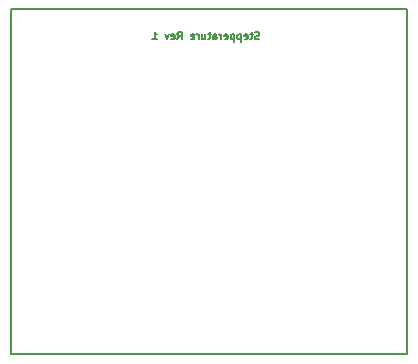
<source format=gbo>
G04 (created by PCBNEW (2013-03-10 BZR 3992)-stable) date 3/16/2013 6:13:18 PM*
%MOIN*%
G04 Gerber Fmt 3.4, Leading zero omitted, Abs format*
%FSLAX34Y34*%
G01*
G70*
G90*
G04 APERTURE LIST*
%ADD10C,0.000393701*%
%ADD11C,0.006*%
%ADD12R,0.062874X0.062874*%
%ADD13C,0.062874*%
%ADD14C,0.087874*%
G04 APERTURE END LIST*
G54D10*
G54D11*
X8279Y10510D02*
X8244Y10498D01*
X8184Y10498D01*
X8160Y10510D01*
X8148Y10522D01*
X8136Y10546D01*
X8136Y10570D01*
X8148Y10594D01*
X8160Y10605D01*
X8184Y10617D01*
X8232Y10629D01*
X8255Y10641D01*
X8267Y10653D01*
X8279Y10677D01*
X8279Y10701D01*
X8267Y10725D01*
X8255Y10736D01*
X8232Y10748D01*
X8172Y10748D01*
X8136Y10736D01*
X8065Y10665D02*
X7970Y10665D01*
X8029Y10748D02*
X8029Y10534D01*
X8017Y10510D01*
X7994Y10498D01*
X7970Y10498D01*
X7791Y10510D02*
X7815Y10498D01*
X7863Y10498D01*
X7886Y10510D01*
X7898Y10534D01*
X7898Y10629D01*
X7886Y10653D01*
X7863Y10665D01*
X7815Y10665D01*
X7791Y10653D01*
X7779Y10629D01*
X7779Y10605D01*
X7898Y10582D01*
X7672Y10665D02*
X7672Y10415D01*
X7672Y10653D02*
X7648Y10665D01*
X7601Y10665D01*
X7577Y10653D01*
X7565Y10641D01*
X7553Y10617D01*
X7553Y10546D01*
X7565Y10522D01*
X7577Y10510D01*
X7601Y10498D01*
X7648Y10498D01*
X7672Y10510D01*
X7446Y10665D02*
X7446Y10415D01*
X7446Y10653D02*
X7422Y10665D01*
X7375Y10665D01*
X7351Y10653D01*
X7339Y10641D01*
X7327Y10617D01*
X7327Y10546D01*
X7339Y10522D01*
X7351Y10510D01*
X7375Y10498D01*
X7422Y10498D01*
X7446Y10510D01*
X7125Y10510D02*
X7148Y10498D01*
X7196Y10498D01*
X7220Y10510D01*
X7232Y10534D01*
X7232Y10629D01*
X7220Y10653D01*
X7196Y10665D01*
X7148Y10665D01*
X7125Y10653D01*
X7113Y10629D01*
X7113Y10605D01*
X7232Y10582D01*
X7005Y10498D02*
X7005Y10665D01*
X7005Y10617D02*
X6994Y10641D01*
X6982Y10653D01*
X6958Y10665D01*
X6934Y10665D01*
X6744Y10498D02*
X6744Y10629D01*
X6755Y10653D01*
X6779Y10665D01*
X6827Y10665D01*
X6851Y10653D01*
X6744Y10510D02*
X6767Y10498D01*
X6827Y10498D01*
X6851Y10510D01*
X6863Y10534D01*
X6863Y10558D01*
X6851Y10582D01*
X6827Y10594D01*
X6767Y10594D01*
X6744Y10605D01*
X6660Y10665D02*
X6565Y10665D01*
X6625Y10748D02*
X6625Y10534D01*
X6613Y10510D01*
X6589Y10498D01*
X6565Y10498D01*
X6375Y10665D02*
X6375Y10498D01*
X6482Y10665D02*
X6482Y10534D01*
X6470Y10510D01*
X6446Y10498D01*
X6410Y10498D01*
X6386Y10510D01*
X6375Y10522D01*
X6255Y10498D02*
X6255Y10665D01*
X6255Y10617D02*
X6244Y10641D01*
X6232Y10653D01*
X6208Y10665D01*
X6184Y10665D01*
X6005Y10510D02*
X6029Y10498D01*
X6077Y10498D01*
X6101Y10510D01*
X6113Y10534D01*
X6113Y10629D01*
X6101Y10653D01*
X6077Y10665D01*
X6029Y10665D01*
X6005Y10653D01*
X5994Y10629D01*
X5994Y10605D01*
X6113Y10582D01*
X5553Y10498D02*
X5636Y10617D01*
X5696Y10498D02*
X5696Y10748D01*
X5601Y10748D01*
X5577Y10736D01*
X5565Y10725D01*
X5553Y10701D01*
X5553Y10665D01*
X5565Y10641D01*
X5577Y10629D01*
X5601Y10617D01*
X5696Y10617D01*
X5351Y10510D02*
X5375Y10498D01*
X5422Y10498D01*
X5446Y10510D01*
X5458Y10534D01*
X5458Y10629D01*
X5446Y10653D01*
X5422Y10665D01*
X5375Y10665D01*
X5351Y10653D01*
X5339Y10629D01*
X5339Y10605D01*
X5458Y10582D01*
X5255Y10665D02*
X5196Y10498D01*
X5136Y10665D01*
X4720Y10498D02*
X4863Y10498D01*
X4791Y10498D02*
X4791Y10748D01*
X4815Y10713D01*
X4839Y10689D01*
X4863Y10677D01*
X0Y11500D02*
X13200Y11500D01*
X0Y0D02*
X13200Y0D01*
X13200Y11500D02*
X13200Y0D01*
X0Y0D02*
X0Y11500D01*
%LPC*%
G54D12*
X3600Y7200D03*
G54D13*
X3600Y6200D03*
G54D12*
X9400Y6600D03*
G54D13*
X9400Y5600D03*
G54D12*
X11700Y9400D03*
G54D13*
X11700Y8400D03*
G54D12*
X11700Y3000D03*
G54D13*
X11700Y2000D03*
G54D12*
X6900Y8300D03*
G54D13*
X7900Y8300D03*
G54D14*
X700Y700D03*
X700Y10800D03*
X12500Y700D03*
X12500Y10800D03*
M02*

</source>
